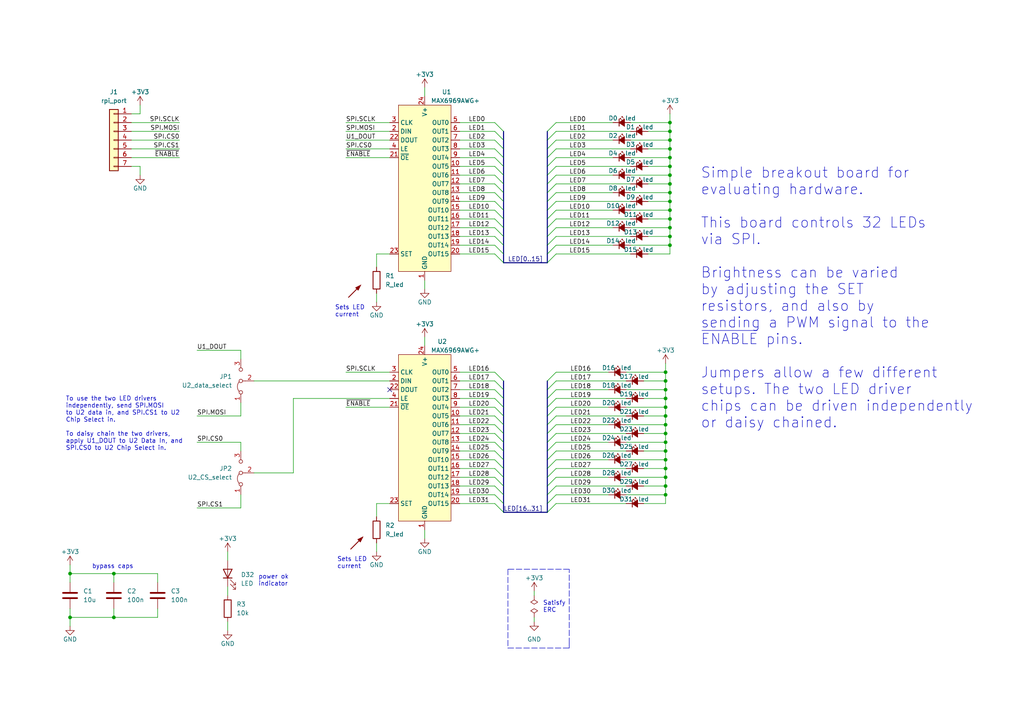
<source format=kicad_sch>
(kicad_sch (version 20211123) (generator eeschema)
  (paper "A4")
  (title_block (title "LED Breakout Board") (date "2022-01-20") (rev "0") (comment 2 "SPI LED Drivers") (comment 3 "Breakout board for prototyping hardware") (comment 4 "Drawn by: Jordan Aceto"))
  (lib_symbols
    (symbol "Connector_Generic:Conn_01x07" (pin_names (offset 1.016) hide)
      (property "Reference" "J" (at 0 10.16 0))
      (property "Value" "Conn_01x07" (at 0 -10.16 0))
      (symbol "Conn_01x07_1_1"
        (rectangle (start -1.27 -7.493) (end 0 -7.747) (stroke (width 0.1524)))
        (rectangle (start -1.27 -4.953) (end 0 -5.207) (stroke (width 0.1524)))
        (rectangle (start -1.27 -2.413) (end 0 -2.667) (stroke (width 0.1524)))
        (rectangle (start -1.27 0.127) (end 0 -0.127) (stroke (width 0.1524)))
        (rectangle (start -1.27 2.667) (end 0 2.413) (stroke (width 0.1524)))
        (rectangle (start -1.27 5.207) (end 0 4.953) (stroke (width 0.1524)))
        (rectangle (start -1.27 7.747) (end 0 7.493) (stroke (width 0.1524)))
        (rectangle (start -1.27 8.89) (end 1.27 -8.89) (stroke (width 0.254)) (fill (type background)))
        (pin passive line (at -5.08 7.62 0) (length 3.81) (name "Pin_1") (number "1"))
        (pin passive line (at -5.08 5.08 0) (length 3.81) (name "Pin_2") (number "2"))
        (pin passive line (at -5.08 2.54 0) (length 3.81) (name "Pin_3") (number "3"))
        (pin passive line (at -5.08 0 0) (length 3.81) (name "Pin_4") (number "4"))
        (pin passive line (at -5.08 -2.54 0) (length 3.81) (name "Pin_5") (number "5"))
        (pin passive line (at -5.08 -5.08 0) (length 3.81) (name "Pin_6") (number "6"))
        (pin passive line (at -5.08 -7.62 0) (length 3.81) (name "Pin_7") (number "7"))
      )
    )
    (symbol "Device:C" (pin_numbers hide) (pin_names (offset 0.254))
      (property "Reference" "C" (at 0.635 2.54 0))
      (property "Value" "C" (at 0.635 -2.54 0))
      (symbol "C_0_1"
        (polyline (pts (xy -2.032 -0.762) (xy 2.032 -0.762)) (stroke (width 0.508)))
        (polyline (pts (xy -2.032 0.762) (xy 2.032 0.762)) (stroke (width 0.508)))
      )
      (symbol "C_1_1"
        (pin passive line (at 0 3.81 270) (length 2.794) (name "~") (number "1"))
        (pin passive line (at 0 -3.81 90) (length 2.794) (name "~") (number "2"))
      )
    )
    (symbol "Device:LED" (pin_numbers hide) (pin_names (offset 1.016) hide)
      (property "Reference" "D" (at 0 2.54 0))
      (property "Value" "LED" (at 0 -2.54 0))
      (symbol "LED_0_1"
        (polyline (pts (xy -1.27 -1.27) (xy -1.27 1.27)) (stroke (width 0.254)))
        (polyline (pts (xy -1.27 0) (xy 1.27 0)))
        (polyline (pts (xy 1.27 -1.27) (xy 1.27 1.27) (xy -1.27 0) (xy 1.27 -1.27)) (stroke (width 0.254)))
        (polyline (pts (xy -3.048 -0.762) (xy -4.572 -2.286) (xy -3.81 -2.286) (xy -4.572 -2.286) (xy -4.572 -1.524)))
        (polyline (pts (xy -1.778 -0.762) (xy -3.302 -2.286) (xy -2.54 -2.286) (xy -3.302 -2.286) (xy -3.302 -1.524)))
      )
      (symbol "LED_1_1"
        (pin passive line (at -3.81 0 0) (length 2.54) (name "K") (number "1"))
        (pin passive line (at 3.81 0 180) (length 2.54) (name "A") (number "2"))
      )
    )
    (symbol "Device:LED_Small_Filled" (pin_numbers hide) (pin_names (offset 0.254) hide)
      (property "Reference" "D" (at -1.27 3.175 0))
      (property "Value" "LED_Small_Filled" (at -4.445 -2.54 0))
      (symbol "LED_Small_Filled_0_1"
        (polyline (pts (xy -0.762 -1.016) (xy -0.762 1.016)) (stroke (width 0.254)))
        (polyline (pts (xy 1.016 0) (xy -0.762 0)))
        (polyline (pts (xy 0.762 -1.016) (xy -0.762 0) (xy 0.762 1.016) (xy 0.762 -1.016)) (stroke (width 0.254)) (fill (type outline)))
        (polyline (pts (xy 0 0.762) (xy -0.508 1.27) (xy -0.254 1.27) (xy -0.508 1.27) (xy -0.508 1.016)))
        (polyline (pts (xy 0.508 1.27) (xy 0 1.778) (xy 0.254 1.778) (xy 0 1.778) (xy 0 1.524)))
      )
      (symbol "LED_Small_Filled_1_1"
        (pin passive line (at -2.54 0 0) (length 1.778) (name "K") (number "1"))
        (pin passive line (at 2.54 0 180) (length 1.778) (name "A") (number "2"))
      )
    )
    (symbol "Device:R" (pin_numbers hide) (pin_names (offset 0))
      (property "Reference" "R" (at 2.032 0 90))
      (property "Value" "R" (at 0 0 90))
      (symbol "R_0_1"
        (rectangle (start -1.016 -2.54) (end 1.016 2.54) (stroke (width 0.254)))
      )
      (symbol "R_1_1"
        (pin passive line (at 0 3.81 270) (length 1.27) (name "~") (number "1"))
        (pin passive line (at 0 -3.81 90) (length 1.27) (name "~") (number "2"))
      )
    )
    (symbol "Graphic:SYM_Arrow45_Normal" (pin_names (offset 1.016))
      (symbol "SYM_Arrow45_Normal_0_1"
        (polyline (pts (xy 1.524 -1.524) (xy -1.778 1.778)) (stroke (width 0.254)))
        (polyline (pts (xy 1.778 -1.778) (xy 0.254 -1.016) (xy 1.016 -0.254) (xy 1.778 -1.778)) (fill (type outline)))
      )
    )
    (symbol "Jumper:Jumper_3_Bridged12" (pin_names (offset 0) hide)
      (property "Reference" "JP" (at -2.54 -2.54 0))
      (property "Value" "Jumper_3_Bridged12" (at 0 2.794 0))
      (symbol "Jumper_3_Bridged12_0_0"
        (circle (center -3.302 0) (radius 0.508))
        (circle (center 0 0) (radius 0.508))
        (circle (center 3.302 0) (radius 0.508))
      )
      (symbol "Jumper_3_Bridged12_0_1"
        (arc (start -0.254 0.508) (mid -1.651 0.9912) (end -3.048 0.508))
        (polyline (pts (xy 0 -1.27) (xy 0 -0.508)))
      )
      (symbol "Jumper_3_Bridged12_1_1"
        (pin passive line (at -6.35 0 0) (length 2.54) (name "A") (number "1"))
        (pin input line (at 0 -3.81 90) (length 2.54) (name "C") (number "2"))
        (pin passive line (at 6.35 0 180) (length 2.54) (name "B") (number "3"))
      )
    )
    (symbol "custom_symbols:MAX6969"
      (property "Reference" "U" (at 3.81 26.67 0))
      (property "Value" "MAX6969" (at 5.08 24.13 0))
      (symbol "MAX6969_0_1"
        (rectangle (start -7.62 22.86) (end 7.62 -25.4) (fill (type background)))
      )
      (symbol "MAX6969_1_1"
        (pin power_in line (at 0 -27.94 90) (length 2.54) (name "GND") (number "1"))
        (pin output line (at 10.16 5.08 180) (length 2.54) (name "OUT5") (number "10"))
        (pin output line (at 10.16 2.54 180) (length 2.54) (name "OUT6") (number "11"))
        (pin output line (at 10.16 0 180) (length 2.54) (name "OUT7") (number "12"))
        (pin output line (at 10.16 -2.54 180) (length 2.54) (name "OUT8") (number "13"))
        (pin output line (at 10.16 -5.08 180) (length 2.54) (name "OUT9") (number "14"))
        (pin output line (at 10.16 -7.62 180) (length 2.54) (name "OUT10") (number "15"))
        (pin output line (at 10.16 -10.16 180) (length 2.54) (name "OUT11") (number "16"))
        (pin output line (at 10.16 -12.7 180) (length 2.54) (name "OUT12") (number "17"))
        (pin output line (at 10.16 -15.24 180) (length 2.54) (name "OUT13") (number "18"))
        (pin output line (at 10.16 -17.78 180) (length 2.54) (name "OUT14") (number "19"))
        (pin input line (at -10.16 15.24 0) (length 2.54) (name "DIN") (number "2"))
        (pin output line (at 10.16 -20.32 180) (length 2.54) (name "OUT15") (number "20"))
        (pin input line (at -10.16 7.62 0) (length 2.54) (name "~{OE}") (number "21"))
        (pin output line (at -10.16 12.7 0) (length 2.54) (name "DOUT") (number "22"))
        (pin input line (at -10.16 -20.32 0) (length 2.54) (name "SET") (number "23"))
        (pin power_in line (at 0 25.4 270) (length 2.54) (name "V+") (number "24"))
        (pin input line (at -10.16 17.78 0) (length 2.54) (name "CLK") (number "3"))
        (pin input line (at -10.16 10.16 0) (length 2.54) (name "LE") (number "4"))
        (pin output line (at 10.16 17.78 180) (length 2.54) (name "OUT0") (number "5"))
        (pin output line (at 10.16 15.24 180) (length 2.54) (name "OUT1") (number "6"))
        (pin output line (at 10.16 12.7 180) (length 2.54) (name "OUT2") (number "7"))
        (pin output line (at 10.16 10.16 180) (length 2.54) (name "OUT3") (number "8"))
        (pin output line (at 10.16 7.62 180) (length 2.54) (name "OUT4") (number "9"))
      )
    )
    (symbol "power:+3.3V" (power) (pin_names (offset 0))
      (property "Value" "+3.3V" (at 0 3.556 0))
      (symbol "+3.3V_0_1"
        (polyline (pts (xy -0.762 1.27) (xy 0 2.54)))
        (polyline (pts (xy 0 0) (xy 0 2.54)))
        (polyline (pts (xy 0 2.54) (xy 0.762 1.27)))
      )
      (symbol "+3.3V_1_1"
        (pin power_in line (at 0 0 90) (length 0) hide (name "+3V3") (number "1"))
      )
    )
    (symbol "power:GND" (power) (pin_names (offset 0))
      (property "Value" "GND" (at 0 -3.81 0))
      (symbol "GND_0_1"
        (polyline (pts (xy 0 0) (xy 0 -1.27) (xy 1.27 -1.27) (xy 0 -2.54) (xy -1.27 -1.27) (xy 0 -1.27)))
      )
      (symbol "GND_1_1"
        (pin power_in line (at 0 0 270) (length 0) hide (name "GND") (number "1"))
      )
    )
    (symbol "power:PWR_FLAG" (power) (pin_numbers hide) (pin_names (offset 0) hide)
      (property "Value" "PWR_FLAG" (at 0 3.81 0))
      (symbol "PWR_FLAG_0_0"
        (pin power_out line (at 0 0 90) (length 0) (name "pwr") (number "1"))
      )
      (symbol "PWR_FLAG_0_1"
        (polyline (pts (xy 0 0) (xy 0 1.27) (xy -1.016 1.905) (xy 0 2.54) (xy 1.016 1.905) (xy 0 1.27)))
      )
    )
  )
  (bus_alias "SPI" (members "MOSI" "MISO" "SCLK" "CS0" "CS1" "CS2"))
  (junction (at 193.04 125.73))
  (junction (at 193.04 123.19))
  (junction (at 194.31 40.64))
  (junction (at 194.31 66.04))
  (junction (at 194.31 68.58))
  (junction (at 194.31 53.34))
  (junction (at 193.04 133.35))
  (junction (at 193.04 143.51))
  (junction (at 194.31 63.5))
  (junction (at 20.32 166.37))
  (junction (at 193.04 120.65))
  (junction (at 193.04 140.97))
  (junction (at 194.31 45.72))
  (junction (at 194.31 50.8))
  (junction (at 193.04 110.49))
  (junction (at 193.04 130.81))
  (junction (at 193.04 113.03))
  (junction (at 194.31 58.42))
  (junction (at 33.02 179.07))
  (junction (at 194.31 55.88))
  (junction (at 193.04 118.11))
  (junction (at 194.31 71.12))
  (junction (at 33.02 166.37))
  (junction (at 20.32 179.07))
  (junction (at 193.04 138.43))
  (junction (at 193.04 135.89))
  (junction (at 194.31 60.96))
  (junction (at 194.31 48.26))
  (junction (at 193.04 128.27))
  (junction (at 194.31 35.56))
  (junction (at 193.04 107.95))
  (junction (at 194.31 38.1))
  (junction (at 194.31 43.18))
  (junction (at 193.04 115.57))
  (no_connect (at 113.03 113.03))
  (bus_entry (at 146.05 123.19) (size -2.54 -2.54))
  (bus_entry (at 158.75 50.8) (size 2.54 -2.54))
  (bus_entry (at 146.05 48.26) (size -2.54 -2.54))
  (bus_entry (at 146.05 63.5) (size -2.54 -2.54))
  (bus_entry (at 158.75 71.12) (size 2.54 -2.54))
  (bus_entry (at 158.75 138.43) (size 2.54 -2.54))
  (bus_entry (at 158.75 76.2) (size 2.54 -2.54))
  (bus_entry (at 146.05 120.65) (size -2.54 -2.54))
  (bus_entry (at 146.05 115.57) (size -2.54 -2.54))
  (bus_entry (at 146.05 110.49) (size -2.54 -2.54))
  (bus_entry (at 158.75 110.49) (size 2.54 -2.54))
  (bus_entry (at 146.05 143.51) (size -2.54 -2.54))
  (bus_entry (at 158.75 63.5) (size 2.54 -2.54))
  (bus_entry (at 146.05 45.72) (size -2.54 -2.54))
  (bus_entry (at 158.75 68.58) (size 2.54 -2.54))
  (bus_entry (at 158.75 43.18) (size 2.54 -2.54))
  (bus_entry (at 143.51 68.58) (size 2.54 2.54))
  (bus_entry (at 158.75 60.96) (size 2.54 -2.54))
  (bus_entry (at 146.05 113.03) (size -2.54 -2.54))
  (bus_entry (at 146.05 130.81) (size -2.54 -2.54))
  (bus_entry (at 146.05 38.1) (size -2.54 -2.54))
  (bus_entry (at 146.05 118.11) (size -2.54 -2.54))
  (bus_entry (at 158.75 48.26) (size 2.54 -2.54))
  (bus_entry (at 158.75 128.27) (size 2.54 -2.54))
  (bus_entry (at 158.75 53.34) (size 2.54 -2.54))
  (bus_entry (at 146.05 138.43) (size -2.54 -2.54))
  (bus_entry (at 158.75 130.81) (size 2.54 -2.54))
  (bus_entry (at 146.05 53.34) (size -2.54 -2.54))
  (bus_entry (at 146.05 66.04) (size -2.54 -2.54))
  (bus_entry (at 158.75 123.19) (size 2.54 -2.54))
  (bus_entry (at 146.05 128.27) (size -2.54 -2.54))
  (bus_entry (at 158.75 140.97) (size 2.54 -2.54))
  (bus_entry (at 146.05 60.96) (size -2.54 -2.54))
  (bus_entry (at 158.75 115.57) (size 2.54 -2.54))
  (bus_entry (at 146.05 55.88) (size -2.54 -2.54))
  (bus_entry (at 158.75 133.35) (size 2.54 -2.54))
  (bus_entry (at 146.05 40.64) (size -2.54 -2.54))
  (bus_entry (at 158.75 66.04) (size 2.54 -2.54))
  (bus_entry (at 158.75 148.59) (size 2.54 -2.54))
  (bus_entry (at 158.75 58.42) (size 2.54 -2.54))
  (bus_entry (at 158.75 135.89) (size 2.54 -2.54))
  (bus_entry (at 146.05 146.05) (size -2.54 -2.54))
  (bus_entry (at 146.05 58.42) (size -2.54 -2.54))
  (bus_entry (at 158.75 45.72) (size 2.54 -2.54))
  (bus_entry (at 158.75 40.64) (size 2.54 -2.54))
  (bus_entry (at 146.05 140.97) (size -2.54 -2.54))
  (bus_entry (at 158.75 143.51) (size 2.54 -2.54))
  (bus_entry (at 158.75 38.1) (size 2.54 -2.54))
  (bus_entry (at 146.05 135.89) (size -2.54 -2.54))
  (bus_entry (at 158.75 118.11) (size 2.54 -2.54))
  (bus_entry (at 146.05 133.35) (size -2.54 -2.54))
  (bus_entry (at 146.05 43.18) (size -2.54 -2.54))
  (bus_entry (at 146.05 68.58) (size -2.54 -2.54))
  (bus_entry (at 158.75 55.88) (size 2.54 -2.54))
  (bus_entry (at 158.75 73.66) (size 2.54 -2.54))
  (bus_entry (at 158.75 146.05) (size 2.54 -2.54))
  (bus_entry (at 158.75 125.73) (size 2.54 -2.54))
  (bus_entry (at 146.05 76.2) (size -2.54 -2.54))
  (bus_entry (at 146.05 148.59) (size -2.54 -2.54))
  (bus_entry (at 146.05 73.66) (size -2.54 -2.54))
  (bus_entry (at 146.05 125.73) (size -2.54 -2.54))
  (bus_entry (at 146.05 50.8) (size -2.54 -2.54))
  (bus_entry (at 158.75 120.65) (size 2.54 -2.54))
  (bus_entry (at 158.75 113.03) (size 2.54 -2.54))
  (wire (pts (xy 69.85 101.6) (xy 69.85 104.14)))
  (wire (pts (xy 194.31 40.64) (xy 182.88 40.64)))
  (wire (pts (xy 40.64 50.8) (xy 40.64 48.26)))
  (bus (pts (xy 158.75 43.18) (xy 158.75 45.72)))
  (wire (pts (xy 100.33 43.18) (xy 113.03 43.18)))
  (wire (pts (xy 161.29 63.5) (xy 182.88 63.5)))
  (bus (pts (xy 158.75 128.27) (xy 158.75 130.81)))
  (bus (pts (xy 146.05 66.04) (xy 146.05 68.58)))
  (bus (pts (xy 146.05 113.03) (xy 146.05 115.57)))
  (bus (pts (xy 146.05 76.2) (xy 158.75 76.2)))
  (wire (pts (xy 154.94 180.34) (xy 154.94 179.07)))
  (polyline (pts (xy 165.1 186.69) (xy 165.1 165.1)))
  (wire (pts (xy 161.29 50.8) (xy 177.8 50.8)))
  (wire (pts (xy 161.29 138.43) (xy 176.53 138.43)))
  (bus (pts (xy 158.75 55.88) (xy 158.75 58.42)))
  (wire (pts (xy 100.33 38.1) (xy 113.03 38.1)))
  (wire (pts (xy 194.31 55.88) (xy 194.31 58.42)))
  (wire (pts (xy 194.31 53.34) (xy 187.96 53.34)))
  (wire (pts (xy 109.22 146.05) (xy 113.03 146.05)))
  (bus (pts (xy 158.75 45.72) (xy 158.75 48.26)))
  (wire (pts (xy 133.35 130.81) (xy 143.51 130.81)))
  (wire (pts (xy 20.32 163.83) (xy 20.32 166.37)))
  (bus (pts (xy 158.75 146.05) (xy 158.75 148.59)))
  (bus (pts (xy 146.05 115.57) (xy 146.05 118.11)))
  (bus (pts (xy 146.05 40.64) (xy 146.05 43.18)))
  (wire (pts (xy 161.29 130.81) (xy 181.61 130.81)))
  (wire (pts (xy 109.22 77.47) (xy 109.22 73.66)))
  (wire (pts (xy 193.04 143.51) (xy 181.61 143.51)))
  (wire (pts (xy 66.04 170.18) (xy 66.04 172.72)))
  (wire (pts (xy 123.19 25.4) (xy 123.19 27.94)))
  (bus (pts (xy 158.75 53.34) (xy 158.75 55.88)))
  (wire (pts (xy 85.09 137.16) (xy 85.09 115.57)))
  (wire (pts (xy 38.1 33.02) (xy 40.64 33.02)))
  (bus (pts (xy 158.75 125.73) (xy 158.75 128.27)))
  (wire (pts (xy 161.29 125.73) (xy 181.61 125.73)))
  (wire (pts (xy 45.72 168.91) (xy 45.72 166.37)))
  (bus (pts (xy 158.75 68.58) (xy 158.75 71.12)))
  (wire (pts (xy 187.96 73.66) (xy 194.31 73.66)))
  (wire (pts (xy 194.31 45.72) (xy 182.88 45.72)))
  (wire (pts (xy 73.66 137.16) (xy 85.09 137.16)))
  (wire (pts (xy 133.35 60.96) (xy 143.51 60.96)))
  (wire (pts (xy 161.29 40.64) (xy 177.8 40.64)))
  (wire (pts (xy 193.04 135.89) (xy 186.69 135.89)))
  (bus (pts (xy 146.05 73.66) (xy 146.05 76.2)))
  (wire (pts (xy 194.31 66.04) (xy 182.88 66.04)))
  (bus (pts (xy 158.75 40.64) (xy 158.75 43.18)))
  (wire (pts (xy 38.1 40.64) (xy 52.07 40.64)))
  (wire (pts (xy 193.04 120.65) (xy 186.69 120.65)))
  (wire (pts (xy 161.29 58.42) (xy 182.88 58.42)))
  (wire (pts (xy 133.35 73.66) (xy 143.51 73.66)))
  (polyline (pts (xy 147.32 187.96) (xy 165.1 187.96)))
  (wire (pts (xy 133.35 118.11) (xy 143.51 118.11)))
  (bus (pts (xy 158.75 123.19) (xy 158.75 125.73)))
  (bus (pts (xy 146.05 146.05) (xy 146.05 148.59)))
  (wire (pts (xy 194.31 35.56) (xy 194.31 38.1)))
  (wire (pts (xy 193.04 105.41) (xy 193.04 107.95)))
  (wire (pts (xy 109.22 149.86) (xy 109.22 146.05)))
  (bus (pts (xy 146.05 55.88) (xy 146.05 58.42)))
  (bus (pts (xy 158.75 143.51) (xy 158.75 146.05)))
  (wire (pts (xy 33.02 166.37) (xy 20.32 166.37)))
  (wire (pts (xy 194.31 50.8) (xy 194.31 53.34)))
  (bus (pts (xy 146.05 133.35) (xy 146.05 135.89)))
  (wire (pts (xy 194.31 73.66) (xy 194.31 71.12)))
  (wire (pts (xy 45.72 179.07) (xy 45.72 176.53)))
  (wire (pts (xy 133.35 110.49) (xy 143.51 110.49)))
  (wire (pts (xy 193.04 135.89) (xy 193.04 138.43)))
  (wire (pts (xy 20.32 179.07) (xy 33.02 179.07)))
  (wire (pts (xy 161.29 118.11) (xy 176.53 118.11)))
  (bus (pts (xy 146.05 63.5) (xy 146.05 66.04)))
  (wire (pts (xy 193.04 120.65) (xy 193.04 123.19)))
  (wire (pts (xy 133.35 125.73) (xy 143.51 125.73)))
  (wire (pts (xy 194.31 48.26) (xy 187.96 48.26)))
  (wire (pts (xy 194.31 53.34) (xy 194.31 55.88)))
  (wire (pts (xy 194.31 43.18) (xy 187.96 43.18)))
  (wire (pts (xy 161.29 60.96) (xy 177.8 60.96)))
  (wire (pts (xy 133.35 38.1) (xy 143.51 38.1)))
  (bus (pts (xy 158.75 63.5) (xy 158.75 66.04)))
  (wire (pts (xy 161.29 66.04) (xy 177.8 66.04)))
  (wire (pts (xy 193.04 146.05) (xy 186.69 146.05)))
  (wire (pts (xy 109.22 73.66) (xy 113.03 73.66)))
  (bus (pts (xy 146.05 53.34) (xy 146.05 55.88)))
  (bus (pts (xy 158.75 58.42) (xy 158.75 60.96)))
  (wire (pts (xy 161.29 143.51) (xy 176.53 143.51)))
  (wire (pts (xy 133.35 50.8) (xy 143.51 50.8)))
  (wire (pts (xy 194.31 38.1) (xy 194.31 40.64)))
  (bus (pts (xy 146.05 58.42) (xy 146.05 60.96)))
  (wire (pts (xy 194.31 33.02) (xy 194.31 35.56)))
  (bus (pts (xy 158.75 73.66) (xy 158.75 76.2)))
  (wire (pts (xy 133.35 58.42) (xy 143.51 58.42)))
  (wire (pts (xy 194.31 58.42) (xy 194.31 60.96)))
  (wire (pts (xy 176.53 133.35) (xy 161.29 133.35)))
  (polyline (pts (xy 147.32 165.1) (xy 147.32 187.96)))
  (bus (pts (xy 158.75 120.65) (xy 158.75 123.19)))
  (wire (pts (xy 100.33 45.72) (xy 113.03 45.72)))
  (wire (pts (xy 133.35 138.43) (xy 143.51 138.43)))
  (wire (pts (xy 133.35 143.51) (xy 143.51 143.51)))
  (bus (pts (xy 158.75 140.97) (xy 158.75 143.51)))
  (wire (pts (xy 20.32 166.37) (xy 20.32 168.91)))
  (bus (pts (xy 146.05 45.72) (xy 146.05 48.26)))
  (wire (pts (xy 161.29 135.89) (xy 181.61 135.89)))
  (wire (pts (xy 193.04 130.81) (xy 186.69 130.81)))
  (wire (pts (xy 133.35 63.5) (xy 143.51 63.5)))
  (wire (pts (xy 193.04 133.35) (xy 181.61 133.35)))
  (wire (pts (xy 161.29 48.26) (xy 182.88 48.26)))
  (wire (pts (xy 161.29 43.18) (xy 182.88 43.18)))
  (wire (pts (xy 66.04 160.02) (xy 66.04 162.56)))
  (polyline (pts (xy 165.1 165.1) (xy 147.32 165.1)))
  (bus (pts (xy 146.05 140.97) (xy 146.05 143.51)))
  (bus (pts (xy 146.05 138.43) (xy 146.05 140.97)))
  (wire (pts (xy 154.94 171.45) (xy 154.94 172.72)))
  (wire (pts (xy 193.04 107.95) (xy 181.61 107.95)))
  (wire (pts (xy 161.29 146.05) (xy 181.61 146.05)))
  (wire (pts (xy 133.35 140.97) (xy 143.51 140.97)))
  (bus (pts (xy 158.75 135.89) (xy 158.75 138.43)))
  (wire (pts (xy 193.04 143.51) (xy 193.04 146.05)))
  (wire (pts (xy 161.29 123.19) (xy 176.53 123.19)))
  (wire (pts (xy 193.04 115.57) (xy 186.69 115.57)))
  (wire (pts (xy 133.35 146.05) (xy 143.51 146.05)))
  (wire (pts (xy 123.19 97.79) (xy 123.19 100.33)))
  (wire (pts (xy 161.29 115.57) (xy 181.61 115.57)))
  (wire (pts (xy 194.31 63.5) (xy 194.31 66.04)))
  (wire (pts (xy 100.33 118.11) (xy 113.03 118.11)))
  (wire (pts (xy 133.35 35.56) (xy 143.51 35.56)))
  (wire (pts (xy 194.31 63.5) (xy 187.96 63.5)))
  (wire (pts (xy 57.15 120.65) (xy 69.85 120.65)))
  (bus (pts (xy 146.05 71.12) (xy 146.05 73.66)))
  (bus (pts (xy 158.75 138.43) (xy 158.75 140.97)))
  (wire (pts (xy 161.29 140.97) (xy 181.61 140.97)))
  (bus (pts (xy 146.05 110.49) (xy 146.05 113.03)))
  (wire (pts (xy 161.29 113.03) (xy 176.53 113.03)))
  (wire (pts (xy 20.32 181.61) (xy 20.32 179.07)))
  (bus (pts (xy 146.05 128.27) (xy 146.05 130.81)))
  (wire (pts (xy 161.29 71.12) (xy 177.8 71.12)))
  (wire (pts (xy 193.04 123.19) (xy 193.04 125.73)))
  (wire (pts (xy 85.09 115.57) (xy 113.03 115.57)))
  (wire (pts (xy 194.31 50.8) (xy 182.88 50.8)))
  (bus (pts (xy 146.05 148.59) (xy 158.75 148.59)))
  (wire (pts (xy 133.35 135.89) (xy 143.51 135.89)))
  (bus (pts (xy 146.05 68.58) (xy 146.05 71.12)))
  (wire (pts (xy 100.33 40.64) (xy 113.03 40.64)))
  (wire (pts (xy 193.04 133.35) (xy 193.04 135.89)))
  (wire (pts (xy 20.32 176.53) (xy 20.32 179.07)))
  (wire (pts (xy 194.31 60.96) (xy 182.88 60.96)))
  (bus (pts (xy 158.75 71.12) (xy 158.75 73.66)))
  (wire (pts (xy 133.35 128.27) (xy 143.51 128.27)))
  (wire (pts (xy 193.04 115.57) (xy 193.04 118.11)))
  (wire (pts (xy 133.35 43.18) (xy 143.51 43.18)))
  (wire (pts (xy 194.31 38.1) (xy 187.96 38.1)))
  (wire (pts (xy 194.31 40.64) (xy 194.31 43.18)))
  (wire (pts (xy 57.15 101.6) (xy 69.85 101.6)))
  (bus (pts (xy 158.75 50.8) (xy 158.75 53.34)))
  (wire (pts (xy 193.04 125.73) (xy 186.69 125.73)))
  (bus (pts (xy 158.75 48.26) (xy 158.75 50.8)))
  (wire (pts (xy 161.29 55.88) (xy 177.8 55.88)))
  (bus (pts (xy 158.75 118.11) (xy 158.75 120.65)))
  (wire (pts (xy 194.31 58.42) (xy 187.96 58.42)))
  (wire (pts (xy 66.04 180.34) (xy 66.04 182.88)))
  (wire (pts (xy 161.29 35.56) (xy 177.8 35.56)))
  (wire (pts (xy 100.33 107.95) (xy 113.03 107.95)))
  (wire (pts (xy 161.29 38.1) (xy 182.88 38.1)))
  (wire (pts (xy 193.04 123.19) (xy 181.61 123.19)))
  (wire (pts (xy 133.35 53.34) (xy 143.51 53.34)))
  (wire (pts (xy 194.31 66.04) (xy 194.31 68.58)))
  (wire (pts (xy 193.04 125.73) (xy 193.04 128.27)))
  (wire (pts (xy 38.1 38.1) (xy 52.07 38.1)))
  (wire (pts (xy 38.1 45.72) (xy 52.07 45.72)))
  (wire (pts (xy 193.04 118.11) (xy 181.61 118.11)))
  (bus (pts (xy 146.05 60.96) (xy 146.05 63.5)))
  (bus (pts (xy 158.75 113.03) (xy 158.75 115.57)))
  (wire (pts (xy 133.35 48.26) (xy 143.51 48.26)))
  (wire (pts (xy 133.35 71.12) (xy 143.51 71.12)))
  (wire (pts (xy 194.31 55.88) (xy 182.88 55.88)))
  (bus (pts (xy 146.05 123.19) (xy 146.05 125.73)))
  (bus (pts (xy 158.75 60.96) (xy 158.75 63.5)))
  (wire (pts (xy 69.85 143.51) (xy 69.85 147.32)))
  (bus (pts (xy 146.05 120.65) (xy 146.05 123.19)))
  (wire (pts (xy 161.29 53.34) (xy 182.88 53.34)))
  (wire (pts (xy 194.31 68.58) (xy 187.96 68.58)))
  (wire (pts (xy 193.04 113.03) (xy 181.61 113.03)))
  (bus (pts (xy 158.75 133.35) (xy 158.75 135.89)))
  (wire (pts (xy 133.35 113.03) (xy 143.51 113.03)))
  (bus (pts (xy 146.05 143.51) (xy 146.05 146.05)))
  (wire (pts (xy 69.85 128.27) (xy 69.85 130.81)))
  (bus (pts (xy 158.75 66.04) (xy 158.75 68.58)))
  (wire (pts (xy 33.02 179.07) (xy 45.72 179.07)))
  (wire (pts (xy 194.31 43.18) (xy 194.31 45.72)))
  (wire (pts (xy 193.04 118.11) (xy 193.04 120.65)))
  (wire (pts (xy 38.1 43.18) (xy 52.07 43.18)))
  (wire (pts (xy 161.29 68.58) (xy 182.88 68.58)))
  (wire (pts (xy 194.31 71.12) (xy 182.88 71.12)))
  (wire (pts (xy 133.35 40.64) (xy 143.51 40.64)))
  (wire (pts (xy 109.22 85.09) (xy 109.22 87.63)))
  (wire (pts (xy 193.04 140.97) (xy 193.04 143.51)))
  (wire (pts (xy 193.04 128.27) (xy 193.04 130.81)))
  (wire (pts (xy 133.35 68.58) (xy 143.51 68.58)))
  (wire (pts (xy 57.15 147.32) (xy 69.85 147.32)))
  (wire (pts (xy 133.35 123.19) (xy 143.51 123.19)))
  (wire (pts (xy 194.31 35.56) (xy 182.88 35.56)))
  (wire (pts (xy 161.29 110.49) (xy 181.61 110.49)))
  (bus (pts (xy 146.05 48.26) (xy 146.05 50.8)))
  (bus (pts (xy 146.05 130.81) (xy 146.05 133.35)))
  (wire (pts (xy 123.19 156.21) (xy 123.19 153.67)))
  (bus (pts (xy 158.75 115.57) (xy 158.75 118.11)))
  (wire (pts (xy 109.22 157.48) (xy 109.22 160.02)))
  (wire (pts (xy 161.29 120.65) (xy 181.61 120.65)))
  (wire (pts (xy 161.29 107.95) (xy 176.53 107.95)))
  (wire (pts (xy 193.04 130.81) (xy 193.04 133.35)))
  (wire (pts (xy 69.85 116.84) (xy 69.85 120.65)))
  (wire (pts (xy 193.04 110.49) (xy 186.69 110.49)))
  (wire (pts (xy 194.31 48.26) (xy 194.31 50.8)))
  (wire (pts (xy 133.35 107.95) (xy 143.51 107.95)))
  (wire (pts (xy 38.1 35.56) (xy 52.07 35.56)))
  (wire (pts (xy 133.35 55.88) (xy 143.51 55.88)))
  (wire (pts (xy 57.15 128.27) (xy 69.85 128.27)))
  (wire (pts (xy 133.35 115.57) (xy 143.51 115.57)))
  (bus (pts (xy 158.75 110.49) (xy 158.75 113.03)))
  (wire (pts (xy 193.04 128.27) (xy 181.61 128.27)))
  (wire (pts (xy 161.29 128.27) (xy 176.53 128.27)))
  (wire (pts (xy 194.31 68.58) (xy 194.31 71.12)))
  (bus (pts (xy 158.75 130.81) (xy 158.75 133.35)))
  (wire (pts (xy 193.04 138.43) (xy 181.61 138.43)))
  (wire (pts (xy 193.04 110.49) (xy 193.04 113.03)))
  (wire (pts (xy 161.29 45.72) (xy 177.8 45.72)))
  (wire (pts (xy 133.35 133.35) (xy 143.51 133.35)))
  (wire (pts (xy 38.1 48.26) (xy 40.64 48.26)))
  (bus (pts (xy 146.05 135.89) (xy 146.05 138.43)))
  (wire (pts (xy 33.02 176.53) (xy 33.02 179.07)))
  (polyline (pts (xy 165.1 186.69) (xy 165.1 187.96)))
  (wire (pts (xy 73.66 110.49) (xy 113.03 110.49)))
  (bus (pts (xy 146.05 50.8) (xy 146.05 53.34)))
  (wire (pts (xy 193.04 107.95) (xy 193.04 110.49)))
  (wire (pts (xy 133.35 66.04) (xy 143.51 66.04)))
  (wire (pts (xy 133.35 120.65) (xy 143.51 120.65)))
  (wire (pts (xy 40.64 30.48) (xy 40.64 33.02)))
  (wire (pts (xy 161.29 73.66) (xy 182.88 73.66)))
  (wire (pts (xy 123.19 83.82) (xy 123.19 81.28)))
  (wire (pts (xy 100.33 35.56) (xy 113.03 35.56)))
  (bus (pts (xy 146.05 38.1) (xy 146.05 40.64)))
  (wire (pts (xy 194.31 45.72) (xy 194.31 48.26)))
  (bus (pts (xy 146.05 125.73) (xy 146.05 128.27)))
  (bus (pts (xy 146.05 118.11) (xy 146.05 120.65)))
  (wire (pts (xy 193.04 140.97) (xy 186.69 140.97)))
  (wire (pts (xy 33.02 166.37) (xy 33.02 168.91)))
  (wire (pts (xy 193.04 113.03) (xy 193.04 115.57)))
  (wire (pts (xy 133.35 45.72) (xy 143.51 45.72)))
  (wire (pts (xy 45.72 166.37) (xy 33.02 166.37)))
  (bus (pts (xy 158.75 38.1) (xy 158.75 40.64)))
  (wire (pts (xy 194.31 60.96) (xy 194.31 63.5)))
  (wire (pts (xy 193.04 138.43) (xy 193.04 140.97)))
  (bus (pts (xy 146.05 43.18) (xy 146.05 45.72)))
  (text "Sets LED\ncurrent" (at 97.155 92.075 0) (effects (font (size 1.27 1.27)) (justify left bottom)))
  (text "power ok\nindicator" (at 74.93 170.18 0) (effects (font (size 1.27 1.27)) (justify left bottom)))
  (text "bypass caps" (at 26.67 165.1 0) (effects (font (size 1.27 1.27)) (justify left bottom)))
  (text "To use the two LED drivers\nindependently, send SPI.MOSI\nto U2 data in, and SPI.CS1 to U2\nChip Select in.\n\nTo daisy chain the two drivers,\napply U1_DOUT to U2 Data In, and\nSPI.CS0 to U2 Chip Select in." (at 19.05 130.81 0) (effects (font (size 1.27 1.27)) (justify left bottom)))
  (text "Satisfy\nERC" (at 157.48 177.8 0) (effects (font (size 1.27 1.27)) (justify left bottom)))
  (text "Simple breakout board for\nevaluating hardware.\n\nThis board controls 32 LEDs \nvia SPI.\n\nBrightness can be varied\nby adjusting the SET \nresistors, and also by \nsending a PWM signal to the\n~{ENABLE} pins.\n\nJumpers allow a few different\nsetups. The two LED driver \nchips can be driven independently\nor daisy chained." (at 203.2 124.46 0) (effects (font (size 3 3)) (justify left bottom)))
  (text "Sets LED\ncurrent" (at 97.79 165.1 0) (effects (font (size 1.27 1.27)) (justify left bottom)))
  (label "LED23" (at 135.89 125.73 0))
  (label "LED1" (at 135.89 38.1 0))
  (label "LED26" (at 171.45 133.35 180))
  (label "LED1" (at 165.1 38.1 0))
  (label "LED6" (at 135.89 50.8 0))
  (label "U1_DOUT" (at 100.33 40.64 0))
  (label "SPI.MOSI" (at 52.07 38.1 180))
  (label "SPI.CS0" (at 52.07 40.64 180))
  (label "LED4" (at 135.89 45.72 0))
  (label "LED18" (at 171.45 113.03 180))
  (label "~{ENABLE}" (at 52.07 45.72 180))
  (label "LED30" (at 135.89 143.51 0))
  (label "LED19" (at 135.89 115.57 0))
  (label "LED16" (at 171.45 107.95 180))
  (label "LED14" (at 165.1 71.12 0))
  (label "LED24" (at 171.45 128.27 180))
  (label "LED27" (at 135.89 135.89 0))
  (label "LED29" (at 135.89 140.97 0))
  (label "LED23" (at 171.45 125.73 180))
  (label "LED27" (at 171.45 135.89 180))
  (label "LED16" (at 135.89 107.95 0))
  (label "LED5" (at 165.1 48.26 0))
  (label "SPI.SCLK" (at 100.33 107.95 0))
  (label "LED2" (at 135.89 40.64 0))
  (label "LED21" (at 171.45 120.65 180))
  (label "LED31" (at 171.45 146.05 180))
  (label "SPI.CS0" (at 57.15 128.27 0))
  (label "LED[0..15]" (at 147.32 76.2 0))
  (label "LED4" (at 165.1 45.72 0))
  (label "LED13" (at 165.1 68.58 0))
  (label "LED10" (at 135.89 60.96 0))
  (label "LED11" (at 165.1 63.5 0))
  (label "LED15" (at 165.1 73.66 0))
  (label "U1_DOUT" (at 57.15 101.6 0))
  (label "LED3" (at 135.89 43.18 0))
  (label "LED17" (at 135.89 110.49 0))
  (label "LED28" (at 135.89 138.43 0))
  (label "LED26" (at 135.89 133.35 0))
  (label "LED29" (at 171.45 140.97 180))
  (label "LED6" (at 165.1 50.8 0))
  (label "LED13" (at 135.89 68.58 0))
  (label "LED21" (at 135.89 120.65 0))
  (label "LED3" (at 165.1 43.18 0))
  (label "LED7" (at 135.89 53.34 0))
  (label "LED28" (at 171.45 138.43 180))
  (label "LED12" (at 165.1 66.04 0))
  (label "LED5" (at 135.89 48.26 0))
  (label "LED22" (at 135.89 123.19 0))
  (label "SPI.CS1" (at 57.15 147.32 0))
  (label "LED[16..31]" (at 146.05 148.59 0))
  (label "LED15" (at 135.89 73.66 0))
  (label "LED25" (at 135.89 130.81 0))
  (label "LED14" (at 135.89 71.12 0))
  (label "LED31" (at 135.89 146.05 0))
  (label "LED18" (at 135.89 113.03 0))
  (label "LED8" (at 135.89 55.88 0))
  (label "SPI.MOSI" (at 57.15 120.65 0))
  (label "LED7" (at 165.1 53.34 0))
  (label "LED19" (at 171.45 115.57 180))
  (label "LED10" (at 165.1 60.96 0))
  (label "SPI.SCLK" (at 100.33 35.56 0))
  (label "SPI.CS1" (at 52.07 43.18 180))
  (label "LED22" (at 171.45 123.19 180))
  (label "LED25" (at 171.45 130.81 180))
  (label "LED20" (at 135.89 118.11 0))
  (label "~{ENABLE}" (at 100.33 118.11 0))
  (label "LED0" (at 165.1 35.56 0))
  (label "SPI.CS0" (at 100.33 43.18 0))
  (label "LED0" (at 135.89 35.56 0))
  (label "SPI.SCLK" (at 52.07 35.56 180))
  (label "LED12" (at 135.89 66.04 0))
  (label "LED24" (at 135.89 128.27 0))
  (label "LED17" (at 171.45 110.49 180))
  (label "LED11" (at 135.89 63.5 0))
  (label "LED2" (at 165.1 40.64 0))
  (label "LED9" (at 135.89 58.42 0))
  (label "~{ENABLE}" (at 100.33 45.72 0))
  (label "LED30" (at 171.45 143.51 180))
  (label "SPI.MOSI" (at 100.33 38.1 0))
  (label "LED9" (at 165.1 58.42 0))
  (label "LED20" (at 171.45 118.11 180))
  (label "LED8" (at 165.1 55.88 0))
  (symbol (lib_id "power:GND") (at 123.19 156.21 0) (unit 1)
    (property "Reference" "#PWR010" (effects hide))
    (property "Value" "GND" (at 123.19 160.02 0))
  )
  (symbol (lib_id "Device:LED_Small_Filled") (at 184.15 120.65 0) (unit 1)
    (property "Reference" "D21" (at 181.61 119.38 0))
    (property "Value" "led" (at 186.69 119.38 0))
    (property "Footprint" "LED_SMD:LED_0805_2012Metric" (effects hide))
  )
  (symbol (lib_id "power:GND") (at 109.22 87.63 0) (unit 1)
    (property "Reference" "#PWR05" (effects hide))
    (property "Value" "GND" (at 109.22 91.44 0))
  )
  (symbol (lib_id "power:+3.3V") (at 154.94 171.45 0) (unit 1)
    (property "Reference" "#PWR019" (effects hide))
    (property "Value" "+3.3V" (at 154.94 167.64 0))
  )
  (symbol (lib_id "Device:C") (at 33.02 172.72 0) (unit 1)
    (property "Reference" "C2" (at 36.83 171.4499 0) (effects (justify left)))
    (property "Value" "100n" (at 36.83 173.9899 0) (effects (justify left)))
    (property "Footprint" "Capacitor_SMD:C_0805_2012Metric" (effects hide))
  )
  (symbol (lib_id "power:PWR_FLAG") (at 154.94 179.07 0) (unit 1)
    (property "Reference" "#FLG02" (effects hide))
    (property "Value" "PWR_FLAG" (effects hide))
  )
  (symbol (lib_id "Device:LED_Small_Filled") (at 180.34 66.04 0) (unit 1)
    (property "Reference" "D12" (at 177.8 64.77 0))
    (property "Value" "led" (at 182.88 64.77 0))
    (property "Footprint" "LED_SMD:LED_0805_2012Metric" (effects hide))
  )
  (symbol (lib_id "Device:LED_Small_Filled") (at 185.42 58.42 0) (unit 1)
    (property "Reference" "D9" (at 182.88 57.15 0))
    (property "Value" "led" (at 187.96 57.15 0))
    (property "Footprint" "LED_SMD:LED_0805_2012Metric" (effects hide))
  )
  (symbol (lib_id "Device:LED_Small_Filled") (at 180.34 40.64 0) (unit 1)
    (property "Reference" "D2" (at 177.8 39.37 0))
    (property "Value" "led" (at 182.88 39.37 0))
    (property "Footprint" "LED_SMD:LED_0805_2012Metric" (effects hide))
  )
  (symbol (lib_id "Device:LED_Small_Filled") (at 184.15 135.89 0) (unit 1)
    (property "Reference" "D27" (at 181.61 134.62 0))
    (property "Value" "led" (at 186.69 134.62 0))
    (property "Footprint" "LED_SMD:LED_0805_2012Metric" (effects hide))
  )
  (symbol (lib_id "Device:LED_Small_Filled") (at 184.15 125.73 0) (unit 1)
    (property "Reference" "D23" (at 181.61 124.46 0))
    (property "Value" "led" (at 186.69 124.46 0))
    (property "Footprint" "LED_SMD:LED_0805_2012Metric" (effects hide))
  )
  (symbol (lib_id "Device:LED_Small_Filled") (at 179.07 133.35 0) (unit 1)
    (property "Reference" "D26" (at 176.53 132.08 0))
    (property "Value" "led" (at 181.61 132.08 0))
    (property "Footprint" "LED_SMD:LED_0805_2012Metric" (effects hide))
  )
  (symbol (lib_id "Device:LED_Small_Filled") (at 185.42 63.5 0) (unit 1)
    (property "Reference" "D11" (at 182.88 62.23 0))
    (property "Value" "led" (at 187.96 62.23 0))
    (property "Footprint" "LED_SMD:LED_0805_2012Metric" (effects hide))
  )
  (symbol (lib_id "Device:LED_Small_Filled") (at 185.42 73.66 0) (unit 1)
    (property "Reference" "D15" (at 182.88 72.39 0))
    (property "Value" "led" (at 187.96 72.39 0))
    (property "Footprint" "LED_SMD:LED_0805_2012Metric" (effects hide))
  )
  (symbol (lib_id "power:GND") (at 154.94 180.34 0) (unit 1)
    (property "Reference" "#PWR020" (effects hide))
    (property "Value" "GND" (at 154.94 185.42 0))
  )
  (symbol (lib_id "Device:LED_Small_Filled") (at 179.07 113.03 0) (unit 1)
    (property "Reference" "D18" (at 176.53 111.76 0))
    (property "Value" "led" (at 181.61 111.76 0))
    (property "Footprint" "LED_SMD:LED_0805_2012Metric" (effects hide))
  )
  (symbol (lib_id "Graphic:SYM_Arrow45_Normal") (at 103.505 157.48 90) (unit 1)
    (property "Reference" "#SYM2" (effects hide))
    (property "Value" "SYM_Arrow45_Normal" (effects hide))
  )
  (symbol (lib_id "power:+3.3V") (at 20.32 163.83 0) (unit 1)
    (property "Reference" "#PWR01" (effects hide))
    (property "Value" "+3.3V" (at 20.32 160.02 0))
  )
  (symbol (lib_id "Device:R") (at 109.22 153.67 0) (unit 1)
    (property "Reference" "R2" (at 111.76 152.3999 0) (effects (justify left)))
    (property "Value" "R_led" (at 111.76 154.9399 0) (effects (justify left)))
    (property "Footprint" "Resistor_SMD:R_0805_2012Metric" (effects hide))
  )
  (symbol (lib_id "Device:LED_Small_Filled") (at 185.42 38.1 0) (unit 1)
    (property "Reference" "D1" (at 182.88 36.83 0))
    (property "Value" "led" (at 187.96 36.83 0))
    (property "Footprint" "LED_SMD:LED_0805_2012Metric" (effects hide))
  )
  (symbol (lib_id "Device:LED_Small_Filled") (at 180.34 50.8 0) (unit 1)
    (property "Reference" "D6" (at 177.8 49.53 0))
    (property "Value" "led" (at 182.88 49.53 0))
    (property "Footprint" "LED_SMD:LED_0805_2012Metric" (effects hide))
  )
  (symbol (lib_id "Device:LED_Small_Filled") (at 185.42 48.26 0) (unit 1)
    (property "Reference" "D5" (at 182.88 46.99 0))
    (property "Value" "led" (at 187.96 46.99 0))
    (property "Footprint" "LED_SMD:LED_0805_2012Metric" (effects hide))
  )
  (symbol (lib_id "power:+3.3V") (at 123.19 97.79 0) (unit 1)
    (property "Reference" "#PWR09" (effects hide))
    (property "Value" "+3.3V" (at 123.19 93.98 0))
  )
  (symbol (lib_id "Device:LED_Small_Filled") (at 180.34 55.88 0) (unit 1)
    (property "Reference" "D8" (at 177.8 54.61 0))
    (property "Value" "led" (at 182.88 54.61 0))
    (property "Footprint" "LED_SMD:LED_0805_2012Metric" (effects hide))
  )
  (symbol (lib_id "power:+3.3V") (at 123.19 25.4 0) (unit 1)
    (property "Reference" "#PWR07" (effects hide))
    (property "Value" "+3.3V" (at 123.19 21.59 0))
  )
  (symbol (lib_id "Device:LED_Small_Filled") (at 180.34 60.96 0) (unit 1)
    (property "Reference" "D10" (at 177.8 59.69 0))
    (property "Value" "led" (at 182.88 59.69 0))
    (property "Footprint" "LED_SMD:LED_0805_2012Metric" (effects hide))
  )
  (symbol (lib_id "Jumper:Jumper_3_Bridged12") (at 69.85 110.49 90) (unit 1)
    (property "Reference" "JP1" (at 67.31 109.2199 90) (effects (justify left)))
    (property "Value" "U2_data_select" (at 67.31 111.7599 90) (effects (justify left)))
    (property "Footprint" "Connector_PinHeader_2.54mm:PinHeader_1x03_P2.54mm_Vertical" (effects hide))
  )
  (symbol (lib_id "power:GND") (at 123.19 83.82 0) (unit 1)
    (property "Reference" "#PWR08" (effects hide))
    (property "Value" "GND" (at 123.19 87.63 0))
  )
  (symbol (lib_id "power:+3.3V") (at 194.31 33.02 0) (unit 1)
    (property "Reference" "#PWR012" (effects hide))
    (property "Value" "+3.3V" (at 194.31 29.21 0))
  )
  (symbol (lib_id "Device:LED_Small_Filled") (at 180.34 35.56 0) (unit 1)
    (property "Reference" "D0" (at 177.8 34.29 0))
    (property "Value" "led" (at 182.88 34.29 0))
    (property "Footprint" "LED_SMD:LED_0805_2012Metric" (effects hide))
  )
  (symbol (lib_id "custom_symbols:MAX6969") (at 123.19 125.73 0) (unit 1)
    (property "Reference" "U2" (at 128.27 99.06 0))
    (property "Value" "MAX6969AWG+" (at 132.08 101.6 0))
    (property "Footprint" "Package_SO:SOIC-24W_7.5x15.4mm_P1.27mm" (effects hide))
  )
  (symbol (lib_id "power:GND") (at 40.64 50.8 0) (unit 1)
    (property "Reference" "#PWR04" (effects hide))
    (property "Value" "GND" (at 40.64 54.61 0))
  )
  (symbol (lib_id "Device:LED_Small_Filled") (at 179.07 118.11 0) (unit 1)
    (property "Reference" "D20" (at 176.53 116.84 0))
    (property "Value" "led" (at 181.61 116.84 0))
    (property "Footprint" "LED_SMD:LED_0805_2012Metric" (effects hide))
  )
  (symbol (lib_id "power:+3.3V") (at 66.04 160.02 0) (unit 1)
    (property "Reference" "#PWR015" (effects hide))
    (property "Value" "+3.3V" (at 66.04 156.21 0))
  )
  (symbol (lib_id "power:PWR_FLAG") (at 154.94 172.72 180) (unit 1)
    (property "Reference" "#FLG01" (effects hide))
    (property "Value" "PWR_FLAG" (effects hide))
  )
  (symbol (lib_id "power:GND") (at 20.32 181.61 0) (unit 1)
    (property "Reference" "#PWR02" (effects hide))
    (property "Value" "GND" (at 20.32 185.42 0))
  )
  (symbol (lib_id "Device:LED_Small_Filled") (at 185.42 53.34 0) (unit 1)
    (property "Reference" "D7" (at 182.88 52.07 0))
    (property "Value" "led" (at 187.96 52.07 0))
    (property "Footprint" "LED_SMD:LED_0805_2012Metric" (effects hide))
  )
  (symbol (lib_id "Device:R") (at 109.22 81.28 0) (unit 1)
    (property "Reference" "R1" (at 111.76 80.0099 0) (effects (justify left)))
    (property "Value" "R_led" (at 111.76 82.5499 0) (effects (justify left)))
    (property "Footprint" "Resistor_SMD:R_0805_2012Metric" (effects hide))
  )
  (symbol (lib_id "Device:C") (at 20.32 172.72 0) (unit 1)
    (property "Reference" "C1" (at 24.13 171.4499 0) (effects (justify left)))
    (property "Value" "10u" (at 24.13 173.9899 0) (effects (justify left)))
    (property "Footprint" "Capacitor_SMD:C_0805_2012Metric" (effects hide))
  )
  (symbol (lib_id "Device:LED_Small_Filled") (at 184.15 110.49 0) (unit 1)
    (property "Reference" "D17" (at 181.61 109.22 0))
    (property "Value" "led" (at 186.69 109.22 0))
    (property "Footprint" "LED_SMD:LED_0805_2012Metric" (effects hide))
  )
  (symbol (lib_id "Device:LED_Small_Filled") (at 184.15 115.57 0) (unit 1)
    (property "Reference" "D19" (at 181.61 114.3 0))
    (property "Value" "led" (at 186.69 114.3 0))
    (property "Footprint" "LED_SMD:LED_0805_2012Metric" (effects hide))
  )
  (symbol (lib_id "Device:R") (at 66.04 176.53 0) (unit 1)
    (property "Reference" "R3" (at 68.58 175.2599 0) (effects (justify left)))
    (property "Value" "10k" (at 68.58 177.7999 0) (effects (justify left)))
    (property "Footprint" "Resistor_SMD:R_0805_2012Metric" (effects hide))
  )
  (symbol (lib_id "Device:LED_Small_Filled") (at 184.15 146.05 0) (unit 1)
    (property "Reference" "D31" (at 181.61 144.78 0))
    (property "Value" "led" (at 186.69 144.78 0))
    (property "Footprint" "LED_SMD:LED_0805_2012Metric" (effects hide))
  )
  (symbol (lib_id "Device:LED_Small_Filled") (at 184.15 130.81 0) (unit 1)
    (property "Reference" "D25" (at 181.61 129.54 0))
    (property "Value" "led" (at 186.69 129.54 0))
    (property "Footprint" "LED_SMD:LED_0805_2012Metric" (effects hide))
  )
  (symbol (lib_id "Jumper:Jumper_3_Bridged12") (at 69.85 137.16 90) (unit 1)
    (property "Reference" "JP2" (at 67.31 135.8899 90) (effects (justify left)))
    (property "Value" "U2_CS_select" (at 67.31 138.4299 90) (effects (justify left)))
    (property "Footprint" "Connector_PinHeader_2.54mm:PinHeader_1x03_P2.54mm_Vertical" (effects hide))
  )
  (symbol (lib_id "Graphic:SYM_Arrow45_Normal") (at 102.87 84.455 90) (unit 1)
    (property "Reference" "#SYM1" (effects hide))
    (property "Value" "SYM_Arrow45_Normal" (effects hide))
  )
  (symbol (lib_id "Device:C") (at 45.72 172.72 0) (unit 1)
    (property "Reference" "C3" (at 49.53 171.4499 0) (effects (justify left)))
    (property "Value" "100n" (at 49.53 173.9899 0) (effects (justify left)))
    (property "Footprint" "Capacitor_SMD:C_0805_2012Metric" (effects hide))
  )
  (symbol (lib_id "Device:LED_Small_Filled") (at 185.42 68.58 0) (unit 1)
    (property "Reference" "D13" (at 182.88 67.31 0))
    (property "Value" "led" (at 187.96 67.31 0))
    (property "Footprint" "LED_SMD:LED_0805_2012Metric" (effects hide))
  )
  (symbol (lib_id "Device:LED_Small_Filled") (at 185.42 43.18 0) (unit 1)
    (property "Reference" "D3" (at 182.88 41.91 0))
    (property "Value" "led" (at 187.96 41.91 0))
    (property "Footprint" "LED_SMD:LED_0805_2012Metric" (effects hide))
  )
  (symbol (lib_id "Device:LED_Small_Filled") (at 180.34 45.72 0) (unit 1)
    (property "Reference" "D4" (at 177.8 44.45 0))
    (property "Value" "led" (at 182.88 44.45 0))
    (property "Footprint" "LED_SMD:LED_0805_2012Metric" (effects hide))
  )
  (symbol (lib_id "Device:LED_Small_Filled") (at 179.07 143.51 0) (unit 1)
    (property "Reference" "D30" (at 176.53 142.24 0))
    (property "Value" "led" (at 181.61 142.24 0))
    (property "Footprint" "LED_SMD:LED_0805_2012Metric" (effects hide))
  )
  (symbol (lib_id "Device:LED_Small_Filled") (at 184.15 140.97 0) (unit 1)
    (property "Reference" "D29" (at 181.61 139.7 0))
    (property "Value" "led" (at 186.69 139.7 0))
    (property "Footprint" "LED_SMD:LED_0805_2012Metric" (effects hide))
  )
  (symbol (lib_id "Device:LED_Small_Filled") (at 179.07 128.27 0) (unit 1)
    (property "Reference" "D24" (at 176.53 127 0))
    (property "Value" "led" (at 181.61 127 0))
    (property "Footprint" "LED_SMD:LED_0805_2012Metric" (effects hide))
  )
  (symbol (lib_id "Connector_Generic:Conn_01x07") (at 33.02 40.64 0) (mirror y) (unit 1)
    (property "Reference" "J1" (at 33.02 26.67 0))
    (property "Value" "rpi_port" (at 33.02 29.21 0))
    (property "Footprint" "Connector_PinHeader_2.54mm:PinHeader_1x07_P2.54mm_Vertical" (effects hide))
  )
  (symbol (lib_id "Device:LED") (at 66.04 166.37 90) (unit 1)
    (property "Reference" "D32" (at 69.85 166.6874 90) (effects (justify right)))
    (property "Value" "LED" (at 69.85 169.2274 90) (effects (justify right)))
    (property "Footprint" "LED_SMD:LED_0805_2012Metric" (effects hide))
  )
  (symbol (lib_id "Device:LED_Small_Filled") (at 179.07 123.19 0) (unit 1)
    (property "Reference" "D22" (at 176.53 121.92 0))
    (property "Value" "led" (at 181.61 121.92 0))
    (property "Footprint" "LED_SMD:LED_0805_2012Metric" (effects hide))
  )
  (symbol (lib_id "power:+3.3V") (at 40.64 30.48 0) (unit 1)
    (property "Reference" "#PWR03" (effects hide))
    (property "Value" "+3.3V" (at 40.64 26.67 0))
  )
  (symbol (lib_id "power:GND") (at 66.04 182.88 0) (unit 1)
    (property "Reference" "#PWR016" (effects hide))
    (property "Value" "GND" (at 66.04 186.69 0))
  )
  (symbol (lib_id "Device:LED_Small_Filled") (at 179.07 107.95 0) (unit 1)
    (property "Reference" "D16" (at 176.53 106.68 0))
    (property "Value" "led" (at 181.61 106.68 0))
    (property "Footprint" "LED_SMD:LED_0805_2012Metric" (effects hide))
  )
  (symbol (lib_id "power:GND") (at 109.22 160.02 0) (unit 1)
    (property "Reference" "#PWR06" (effects hide))
    (property "Value" "GND" (at 109.22 163.83 0))
  )
  (symbol (lib_id "Device:LED_Small_Filled") (at 180.34 71.12 0) (unit 1)
    (property "Reference" "D14" (at 177.8 69.85 0))
    (property "Value" "led" (at 182.88 69.85 0))
    (property "Footprint" "LED_SMD:LED_0805_2012Metric" (effects hide))
  )
  (symbol (lib_id "custom_symbols:MAX6969") (at 123.19 53.34 0) (unit 1)
    (property "Reference" "U1" (at 129.54 26.67 0))
    (property "Value" "MAX6969AWG+" (at 132.08 29.21 0))
    (property "Footprint" "Package_SO:SOIC-24W_7.5x15.4mm_P1.27mm" (effects hide))
  )
  (symbol (lib_id "power:+3.3V") (at 193.04 105.41 0) (unit 1)
    (property "Reference" "#PWR011" (effects hide))
    (property "Value" "+3.3V" (at 193.04 101.6 0))
  )
  (symbol (lib_id "Device:LED_Small_Filled") (at 179.07 138.43 0) (unit 1)
    (property "Reference" "D28" (at 176.53 137.16 0))
    (property "Value" "led" (at 181.61 137.16 0))
    (property "Footprint" "LED_SMD:LED_0805_2012Metric" (effects hide))
  )
)
</source>
